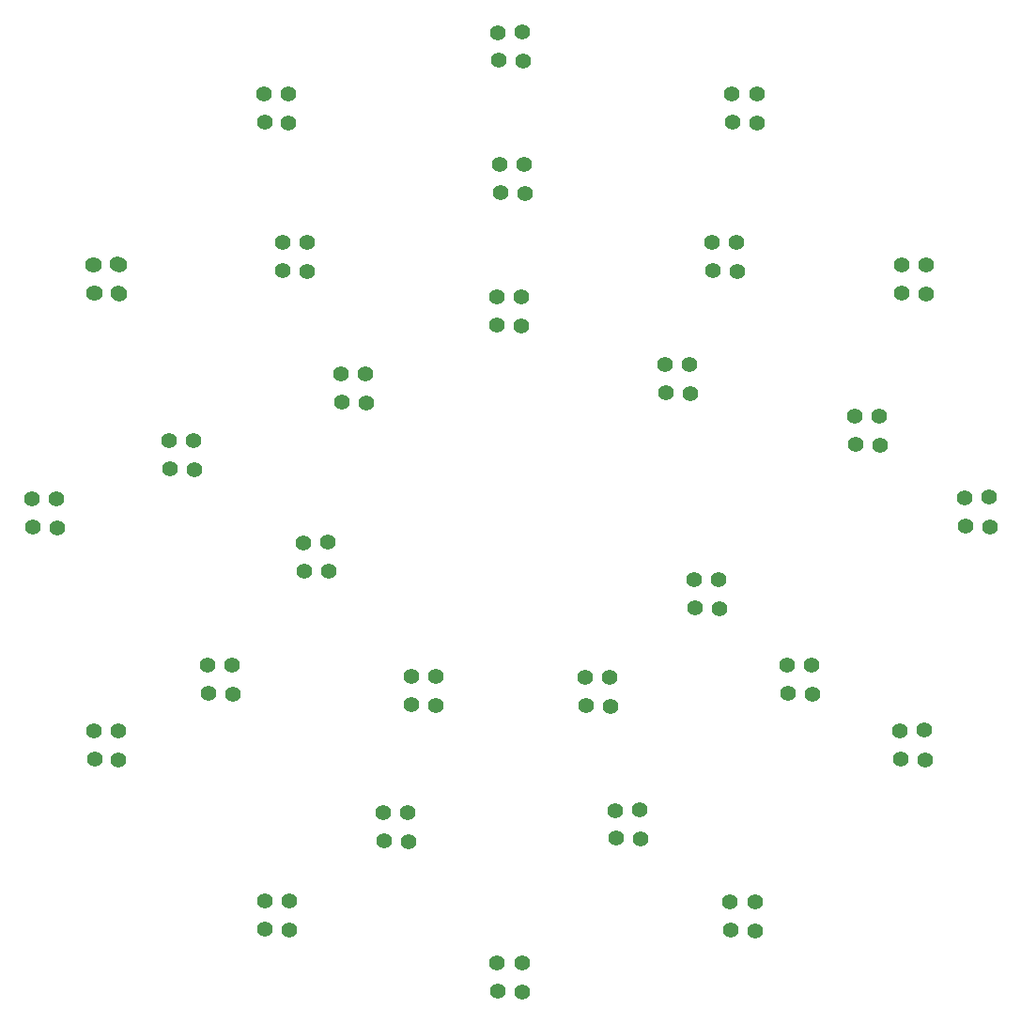
<source format=gbr>
G04 CAM350 V10.2.0 (Build 386) Date:  Sat Feb 01 15:25:50 2025 *
G04 Database: c:\users\comp1\desktop\ajinkya_\gerber data\round 115\round_pcb1.cam *
G04 Layer 48: Layer_48 *
%FSLAX24Y24*%
%MOIN*%
%SFA1.000B1.000*%

%MIA0B0*%
%IPPOS*%
%ADD433C,0.05512*%
%LNLayer_48*%
%LPD*%
G54D433*
X-14772Y8739D03*
X-13899Y8750D03*
X-14743Y7742D03*
X-13881Y7712D03*
X-14814Y8768D03*
X-13941Y8780D03*
X-14784Y7771D03*
X-13923Y7742D03*
X-8102Y9558D03*
X-7229Y9570D03*
X-8072Y8561D03*
X-7211Y8532D03*
X-8762Y14817D03*
X-7889Y14829D03*
X-8732Y13820D03*
X-7871Y13791D03*
X-446Y17005D03*
X427Y17017D03*
X-416Y16008D03*
X445Y15978D03*
X7859Y14817D03*
X8732Y14828D03*
X7889Y13820D03*
X8750Y13790D03*
X-392Y12315D03*
X481Y12327D03*
X-363Y11319D03*
X498Y11289D03*
X7143Y9552D03*
X8016Y9564D03*
X7172Y8555D03*
X8033Y8526D03*
X13867Y8747D03*
X14740Y8759D03*
X13896Y7750D03*
X14757Y7720D03*
X-501Y7626D03*
X372Y7638D03*
X-472Y6629D03*
X389Y6600D03*
X-6022Y4878D03*
X-5149Y4889D03*
X-5992Y3881D03*
X-5131Y3851D03*
X-12111Y2507D03*
X-11239Y2519D03*
X-12082Y1511D03*
X-11221Y1481D03*
X5480Y5211D03*
X6352Y5223D03*
X5509Y4215D03*
X6370Y4185D03*
X12209Y3389D03*
X13082Y3400D03*
X12239Y2392D03*
X13100Y2362D03*
X16108Y499D03*
X16981Y511D03*
X16137Y-498D03*
X16998Y-528D03*
X6518Y-2421D03*
X7391Y-2409D03*
X6547Y-3418D03*
X7408Y-3447D03*
X-7355Y-1100D03*
X-6482Y-1088D03*
X-7326Y-2097D03*
X-6465Y-2126D03*
X-16980Y439D03*
X-16107Y451D03*
X-16951Y-558D03*
X-16090Y-587D03*
X-3533Y-5848D03*
X-2660Y-5837D03*
X-3503Y-6845D03*
X-2642Y-6875D03*
X2654Y-5878D03*
X3527Y-5866D03*
X2684Y-6874D03*
X3545Y-6904D03*
X9809Y-5447D03*
X10682Y-5435D03*
X9839Y-6444D03*
X10700Y-6474D03*
X13808Y-7771D03*
X14681Y-7759D03*
X13837Y-8768D03*
X14698Y-8798D03*
X3716Y-10596D03*
X4589Y-10585D03*
X3745Y-11593D03*
X4606Y-11623D03*
X7797Y-13840D03*
X8670Y-13828D03*
X7827Y-14837D03*
X8688Y-14867D03*
X-472Y-16010D03*
X401Y-15998D03*
X-443Y-17007D03*
X419Y-17037D03*
X-4524Y-10678D03*
X-3651Y-10667D03*
X-4494Y-11675D03*
X-3633Y-11705D03*
X-8735Y-13816D03*
X-7862Y-13804D03*
X-8706Y-14813D03*
X-7844Y-14843D03*
X-14798Y-7776D03*
X-13926Y-7764D03*
X-14769Y-8773D03*
X-13908Y-8802D03*
X-10758Y-5452D03*
X-9885Y-5441D03*
X-10728Y-6449D03*
X-9867Y-6479D03*
M02*

</source>
